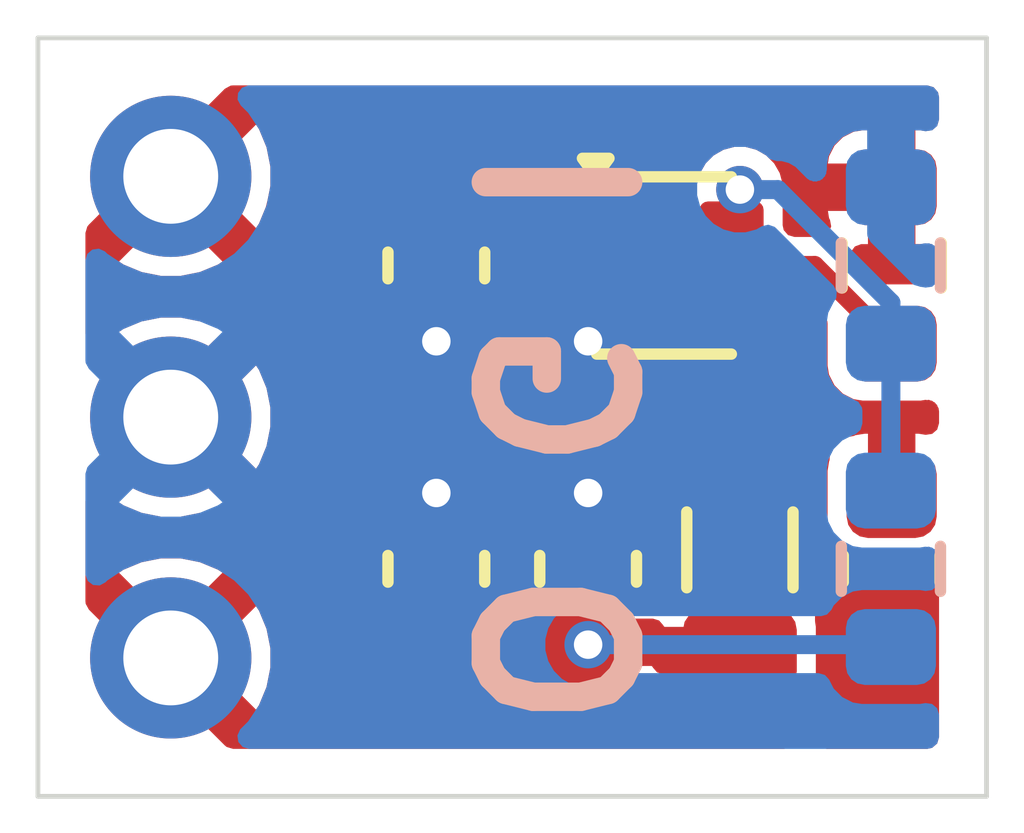
<source format=kicad_pcb>
(kicad_pcb (version 20241229) (generator "pcbnew") (generator_version "9.0")
  (layers (0 "F.Cu" signal) (2 "B.Cu" signal) (13 "F.Paste" user) (15 "B.Paste" user) (5 "F.SilkS" user "F.Silkscreen") (7 "B.SilkS" user "B.Silkscreen") (1 "F.Mask" user) (3 "B.Mask" user) (25 "Edge.Cuts" user))
  (net 0 "")
  (net 1 "/BST")
  (net 2 "/SW")
  (net 3 "GND")
  (net 4 "Vout")
  (net 5 "Vin")
  (net 6 "/EN")
  (net 7 "/FB")
  (footprint "Capacitor_SMD:C_0603_1608Metric" (layer "F.Cu") (at 104.4 101.6 90)
    (property "Reference" "C3" (hide yes))
    (property "Value" "22u" (hide yes))
    (fp_line (start -0.14058 -0.51) (end 0.14058 -0.51) (stroke (width 0.12)) (layer "F.SilkS"))
    (fp_line (start -0.14058 0.51) (end 0.14058 0.51) (stroke (width 0.12)) (layer "F.SilkS"))
    (pad "1" smd roundrect (at -0.775 0 90) (size 0.9 0.95) (layers "F.Cu" "F.Mask" "F.Paste") (net 4 "Vout"))
    (pad "2" smd roundrect (at 0.775 0 90) (size 0.9 0.95) (layers "F.Cu" "F.Mask" "F.Paste") (net 3 "GND"))
  )
  (footprint "Resistor_SMD:R_0603_1608Metric" (layer "F.Cu") (at 107.6 98.4 -90)
    (property "Reference" "R1" (hide yes))
    (property "Value" "100k" (hide yes))
    (fp_line (start -0.237258 0.5225) (end 0.237258 0.5225) (stroke (width 0.12)) (layer "F.SilkS"))
    (fp_line (start -0.237258 -0.5225) (end 0.237258 -0.5225) (stroke (width 0.12)) (layer "F.SilkS"))
    (pad "1" smd roundrect (at -0.825 0 270) (size 0.8 0.95) (layers "F.Cu" "F.Mask" "F.Paste") (net 5 "Vin"))
    (pad "2" smd roundrect (at 0.825 0 270) (size 0.8 0.95) (layers "F.Cu" "F.Mask" "F.Paste") (net 6 "/EN"))
  )
  (footprint "Capacitor_SMD:C_0603_1608Metric" (layer "F.Cu") (at 102.8 98.4 -90)
    (property "Reference" "C4" (hide yes))
    (property "Value" "10u" (hide yes))
    (fp_line (start -0.14058 0.51) (end 0.14058 0.51) (stroke (width 0.12)) (layer "F.SilkS"))
    (fp_line (start -0.14058 -0.51) (end 0.14058 -0.51) (stroke (width 0.12)) (layer "F.SilkS"))
    (pad "1" smd roundrect (at -0.775 0 270) (size 0.9 0.95) (layers "F.Cu" "F.Mask" "F.Paste") (net 5 "Vin"))
    (pad "2" smd roundrect (at 0.775 0 270) (size 0.9 0.95) (layers "F.Cu" "F.Mask" "F.Paste") (net 3 "GND"))
  )
  (footprint "Capacitor_SMD:C_0603_1608Metric" (layer "F.Cu") (at 102.8 101.6 90)
    (property "Reference" "C2" (hide yes))
    (property "Value" "22u" (hide yes))
    (fp_line (start -0.14058 -0.51) (end 0.14058 -0.51) (stroke (width 0.12)) (layer "F.SilkS"))
    (fp_line (start -0.14058 0.51) (end 0.14058 0.51) (stroke (width 0.12)) (layer "F.SilkS"))
    (pad "1" smd roundrect (at -0.775 0 90) (size 0.9 0.95) (layers "F.Cu" "F.Mask" "F.Paste") (net 4 "Vout"))
    (pad "2" smd roundrect (at 0.775 0 90) (size 0.9 0.95) (layers "F.Cu" "F.Mask" "F.Paste") (net 3 "GND"))
  )
  (footprint "Inductor_SMD:L_0805_2012Metric" (layer "F.Cu") (at 106 101.4 -90)
    (property "Reference" "L1" (hide yes))
    (property "Value" "3u3" (hide yes))
    (fp_line (start -0.399622 0.56) (end 0.399622 0.56) (stroke (width 0.12)) (layer "F.SilkS"))
    (fp_line (start -0.399622 -0.56) (end 0.399622 -0.56) (stroke (width 0.12)) (layer "F.SilkS"))
    (pad "1" smd roundrect (at -1.0625 0 270) (size 0.875 1.2) (layers "F.Cu" "F.Mask" "F.Paste") (net 2 "/SW"))
    (pad "2" smd roundrect (at 1.0625 0 270) (size 0.875 1.2) (layers "F.Cu" "F.Mask" "F.Paste") (net 4 "Vout"))
  )
  (footprint "Package_TO_SOT_SMD:SOT-563" (layer "F.Cu") (at 105.2 98.4)
    (property "Reference" "U1" (hide yes))
    (property "Value" "TPS56124x" (hide yes))
    (fp_line (start -0.425568 -0.935) (end 0.71 -0.935) (stroke (width 0.12)) (layer "F.SilkS"))
    (fp_line (start 0.71 0.935) (end -0.71 0.935) (stroke (width 0.12)) (layer "F.SilkS"))
    (fp_poly (pts (xy -0.72 -0.94) (xy -0.86 -1.13) (xy -0.58 -1.13)) (stroke (width 0.12)) (fill yes) (layer "F.SilkS"))
    (pad "1" smd roundrect (at -0.7125 -0.5) (size 0.675 0.35) (layers "F.Cu" "F.Mask" "F.Paste") (net 5 "Vin"))
    (pad "2" smd roundrect (at -0.7125 0) (size 0.675 0.35) (layers "F.Cu" "F.Mask" "F.Paste") (net 2 "/SW"))
    (pad "3" smd roundrect (at -0.7125 0.5) (size 0.675 0.35) (layers "F.Cu" "F.Mask" "F.Paste") (net 3 "GND"))
    (pad "4" smd roundrect (at 0.7125 0.5) (size 0.675 0.35) (layers "F.Cu" "F.Mask" "F.Paste") (net 1 "/BST"))
    (pad "5" smd roundrect (at 0.7125 0) (size 0.675 0.35) (layers "F.Cu" "F.Mask" "F.Paste") (net 6 "/EN"))
    (pad "6" smd roundrect (at 0.7125 -0.5) (size 0.675 0.35) (layers "F.Cu" "F.Mask" "F.Paste") (net 7 "/FB"))
  )
  (footprint "Capacitor_SMD:C_0603_1608Metric" (layer "F.Cu") (at 107.6 101.6 90)
    (property "Reference" "C1" (hide yes))
    (property "Value" "0u1" (hide yes))
    (fp_line (start -0.14058 -0.51) (end 0.14058 -0.51) (stroke (width 0.12)) (layer "F.SilkS"))
    (fp_line (start -0.14058 0.51) (end 0.14058 0.51) (stroke (width 0.12)) (layer "F.SilkS"))
    (pad "1" smd roundrect (at -0.775 0 90) (size 0.9 0.95) (layers "F.Cu" "F.Mask" "F.Paste") (net 2 "/SW"))
    (pad "2" smd roundrect (at 0.775 0 90) (size 0.9 0.95) (layers "F.Cu" "F.Mask" "F.Paste") (net 1 "/BST"))
  )
  (footprint "Connector_PinHeader_2.54mm:PinHeader_1x03_P2.54mm_Vertical" (layer "B.Cu") (at 100 97.46 180)
    (property "Reference" "J1" (hide yes))
    (property "Value" "Conn_01x03_Pin" (hide yes))
    (pad "1" thru_hole circle (at 0 0 180) (size 1.7 1.7) (drill 1) (layers "*.Cu" "*.Mask") (net 5 "Vin"))
    (pad "2" thru_hole circle (at 0 -2.54 180) (size 1.7 1.7) (drill 1) (layers "*.Cu" "*.Mask") (net 3 "GND"))
    (pad "3" thru_hole circle (at 0 -5.08 180) (size 1.7 1.7) (drill 1) (layers "*.Cu" "*.Mask") (net 4 "Vout"))
  )
  (footprint "Resistor_SMD:R_0603_1608Metric" (layer "B.Cu") (at 107.591818 98.4 90)
    (property "Reference" "R3" (hide yes))
    (property "Value" "R_{FBB}" (hide yes))
    (fp_line (start -0.237258 -0.5225) (end 0.237258 -0.5225) (stroke (width 0.12)) (layer "B.SilkS"))
    (fp_line (start -0.237258 0.5225) (end 0.237258 0.5225) (stroke (width 0.12)) (layer "B.SilkS"))
    (pad "1" smd roundrect (at -0.825 0 90) (size 0.8 0.95) (layers "B.Cu" "B.Mask" "B.Paste") (net 7 "/FB"))
    (pad "2" smd roundrect (at 0.825 0 90) (size 0.8 0.95) (layers "B.Cu" "B.Mask" "B.Paste") (net 3 "GND"))
  )
  (footprint "Resistor_SMD:R_0603_1608Metric" (layer "B.Cu") (at 107.591818 101.6 90)
    (property "Reference" "R2" (hide yes))
    (property "Value" "R_{FBT}" (hide yes))
    (fp_line (start -0.237258 -0.5225) (end 0.237258 -0.5225) (stroke (width 0.12)) (layer "B.SilkS"))
    (fp_line (start -0.237258 0.5225) (end 0.237258 0.5225) (stroke (width 0.12)) (layer "B.SilkS"))
    (pad "1" smd roundrect (at -0.825 0 90) (size 0.8 0.95) (layers "B.Cu" "B.Mask" "B.Paste") (net 4 "Vout"))
    (pad "2" smd roundrect (at 0.825 0 90) (size 0.8 0.95) (layers "B.Cu" "B.Mask" "B.Paste") (net 7 "/FB"))
  )
  (gr_line (start 98.6 104) (end 108.6 104) (stroke (width 0.05)) (layer "Edge.Cuts"))
  (gr_line (start 108.6 96) (end 98.6 96) (stroke (width 0.05)) (layer "Edge.Cuts"))
  (gr_line (start 108.6 104) (end 108.6 96) (stroke (width 0.05)) (layer "Edge.Cuts"))
  (gr_line (start 98.6 96) (end 98.6 104) (stroke (width 0.05)) (layer "Edge.Cuts"))
  (gr_text "O G I" (at 104 100.2 270) (layer "B.SilkS") (effects (font (size 1.5 1.5) (thickness 0.3) (bold yes)) (justify mirror)))
  (via (at 102.8 100.8) (size 0.5) (drill 0.3) (layers "F.Cu" "B.Cu") (net 3))
  (via (at 102.8 99.2) (size 0.5) (drill 0.3) (layers "F.Cu" "B.Cu") (net 3))
  (via (at 104.4 100.8) (size 0.5) (drill 0.3) (layers "F.Cu" "B.Cu") (net 3))
  (via (at 104.4 99.2) (size 0.5) (drill 0.3) (layers "F.Cu" "B.Cu") (net 3))
  (via (at 104.4 102.4) (size 0.5) (drill 0.3) (layers "F.Cu" "B.Cu") (net 4))
  (segment (start 104.4 102.4) (end 107.566818 102.4) (width 0.2) (layer "B.Cu") (net 4))
  (segment (start 107.566818 102.4) (end 107.591818 102.425) (width 0.2) (layer "B.Cu") (net 4))
  (segment (start 107.6 99.2125) (end 107.6 99.225) (width 0.2) (layer "F.Cu") (net 6))
  (segment (start 105.9125 98.4) (end 106.7875 98.4) (width 0.2) (layer "F.Cu") (net 6))
  (segment (start 106.7875 98.4) (end 107.6 99.2125) (width 0.2) (layer "F.Cu") (net 6))
  (segment (start 106 97.6) (end 106 97.8125) (width 0.2) (layer "F.Cu") (net 7))
  (segment (start 106 97.8125) (end 105.9125 97.9) (width 0.2) (layer "F.Cu") (net 7))
  (via (at 106 97.6) (size 0.5) (drill 0.3) (layers "F.Cu" "B.Cu") (net 7))
  (segment (start 107.591818 100.775) (end 107.591818 99.225) (width 0.2) (layer "B.Cu") (net 7))
  (segment (start 107.591818 98.791818) (end 106.4 97.6) (width 0.2) (layer "B.Cu") (net 7))
  (segment (start 107.591818 99.225) (end 107.591818 98.791818) (width 0.2) (layer "B.Cu") (net 7))
  (segment (start 106.4 97.6) (end 106 97.6) (width 0.2) (layer "B.Cu") (net 7))
  (zone (net 1) (net_name "/BST") (layer "F.Cu") (priority 2) (connect_pads (clearance 0.2)) (min_thickness 0.25) (fill yes (thermal_gap 0.2) (thermal_bridge_width 0.5))
    (polygon (pts (xy 105.991818 98.6) (xy 108.8 98.6) (xy 108.791818 102.2) (xy 105.991818 99.4)))
  )
  (zone (net 2) (net_name "/SW") (layer "F.Cu") (priority 3) (connect_pads yes (clearance 0.2)) (min_thickness 0.25) (fill yes (thermal_gap 0.2) (thermal_bridge_width 0.5))
    (polygon (pts (xy 104.991818 98.8) (xy 104.791818 98.6) (xy 104.791818 98.2) (xy 105.991818 98.2) (xy 105.991818 99.4) (xy 108.791818 102.2) (xy 108.791818 104.2) (xy 106.791818 104.2) (xy 106.791818 102) (xy 106 101.204091) (xy 105 101.2)))
  )
  (zone (net 4) (net_name "Vout") (layer "F.Cu") (priority 1) (connect_pads (clearance 0.2)) (min_thickness 0.25) (fill yes (thermal_gap 0.2) (thermal_bridge_width 0.5))
    (polygon (pts (xy 98.4 99) (xy 100.8 101.4) (xy 106.191818 101.4) (xy 106.791818 102) (xy 106.791818 104.2) (xy 98.4 104.2)))
  )
  (zone (net 5) (net_name "Vin") (layer "F.Cu") (priority 1) (connect_pads (clearance 0.2)) (min_thickness 0.25) (fill yes (thermal_gap 0.2) (thermal_bridge_width 0.5))
    (polygon (pts (xy 98.4 101) (xy 100.8 98.6) (xy 108.8 98.6) (xy 108.8 95.8) (xy 98.4 95.8)))
  )
  (zone (net 3) (net_name "GND") (layers "F.Cu" "B.Cu") (connect_pads (clearance 0.2)) (min_thickness 0.25) (fill yes (thermal_gap 0.2) (thermal_bridge_width 0.5))
    (polygon (pts (xy 98.2 95.6) (xy 109 95.6) (xy 109 104.4) (xy 98.2 104.4)))
  )
)
</source>
